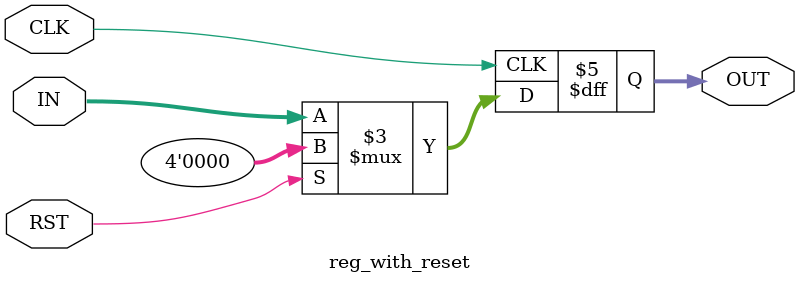
<source format=v>
module reg_with_reset #(parameter W=4)(
	input [W-1:0] IN,
	input CLK,
	input RST, 
	output reg [W-1:0] OUT
);

always @(posedge CLK) begin
    if (RST)
      OUT <= 0; // Reset operation
    else
      OUT <= IN; // Write operation
   
end
endmodule
</source>
